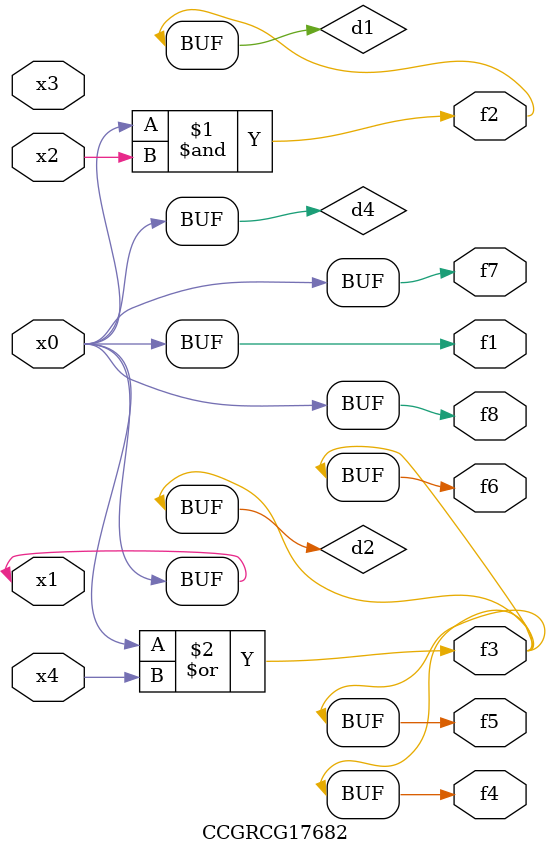
<source format=v>
module CCGRCG17682(
	input x0, x1, x2, x3, x4,
	output f1, f2, f3, f4, f5, f6, f7, f8
);

	wire d1, d2, d3, d4;

	and (d1, x0, x2);
	or (d2, x0, x4);
	nand (d3, x0, x2);
	buf (d4, x0, x1);
	assign f1 = d4;
	assign f2 = d1;
	assign f3 = d2;
	assign f4 = d2;
	assign f5 = d2;
	assign f6 = d2;
	assign f7 = d4;
	assign f8 = d4;
endmodule

</source>
